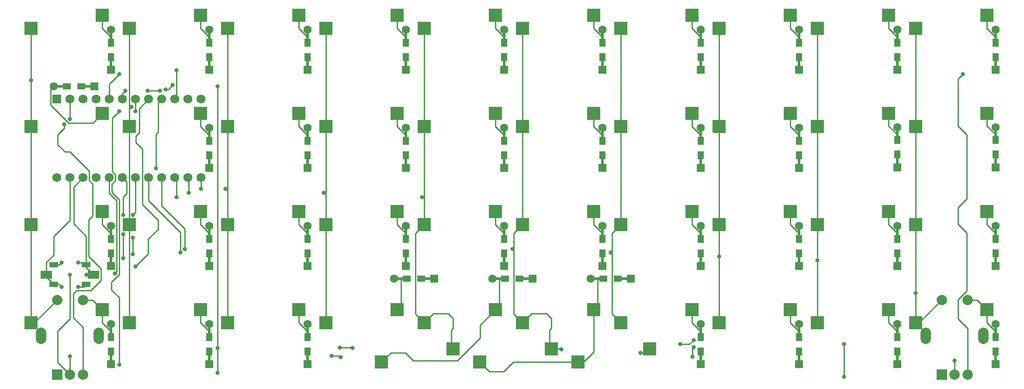
<source format=gbl>
G04 #@! TF.GenerationSoftware,KiCad,Pcbnew,(6.0.4-0)*
G04 #@! TF.CreationDate,2022-05-09T20:33:25-05:00*
G04 #@! TF.ProjectId,banime40,62616e69-6d65-4343-902e-6b696361645f,rev?*
G04 #@! TF.SameCoordinates,Original*
G04 #@! TF.FileFunction,Copper,L2,Bot*
G04 #@! TF.FilePolarity,Positive*
%FSLAX46Y46*%
G04 Gerber Fmt 4.6, Leading zero omitted, Abs format (unit mm)*
G04 Created by KiCad (PCBNEW (6.0.4-0)) date 2022-05-09 20:33:25*
%MOMM*%
%LPD*%
G01*
G04 APERTURE LIST*
G04 #@! TA.AperFunction,ComponentPad*
%ADD10C,2.000000*%
G04 #@! TD*
G04 #@! TA.AperFunction,ComponentPad*
%ADD11R,2.000000X2.000000*%
G04 #@! TD*
G04 #@! TA.AperFunction,WasherPad*
%ADD12O,2.000000X3.200000*%
G04 #@! TD*
G04 #@! TA.AperFunction,ComponentPad*
%ADD13R,1.600000X1.600000*%
G04 #@! TD*
G04 #@! TA.AperFunction,SMDPad,CuDef*
%ADD14R,0.500000X2.900000*%
G04 #@! TD*
G04 #@! TA.AperFunction,SMDPad,CuDef*
%ADD15R,1.200000X1.600000*%
G04 #@! TD*
G04 #@! TA.AperFunction,ComponentPad*
%ADD16C,1.600000*%
G04 #@! TD*
G04 #@! TA.AperFunction,SMDPad,CuDef*
%ADD17R,1.600000X1.200000*%
G04 #@! TD*
G04 #@! TA.AperFunction,SMDPad,CuDef*
%ADD18R,2.900000X0.500000*%
G04 #@! TD*
G04 #@! TA.AperFunction,SMDPad,CuDef*
%ADD19R,2.550000X2.500000*%
G04 #@! TD*
G04 #@! TA.AperFunction,ComponentPad*
%ADD20R,1.752600X1.752600*%
G04 #@! TD*
G04 #@! TA.AperFunction,ComponentPad*
%ADD21C,1.752600*%
G04 #@! TD*
G04 #@! TA.AperFunction,SMDPad,CuDef*
%ADD22R,1.700000X1.000000*%
G04 #@! TD*
G04 #@! TA.AperFunction,SMDPad,CuDef*
%ADD23R,2.180000X1.600000*%
G04 #@! TD*
G04 #@! TA.AperFunction,ViaPad*
%ADD24C,0.800000*%
G04 #@! TD*
G04 #@! TA.AperFunction,Conductor*
%ADD25C,0.250000*%
G04 #@! TD*
G04 APERTURE END LIST*
D10*
G04 #@! TO.P,SW47,S2,S2*
G04 #@! TO.N,/col_9*
X49887500Y-108093750D03*
G04 #@! TO.P,SW47,S1,S1*
G04 #@! TO.N,Net-(D40-Pad2)*
X54887500Y-108093750D03*
G04 #@! TO.P,SW47,C,C*
G04 #@! TO.N,gnd*
X52387500Y-122593750D03*
G04 #@! TO.P,SW47,B,B*
G04 #@! TO.N,pad_b2*
X54887500Y-122593750D03*
D11*
G04 #@! TO.P,SW47,A,A*
G04 #@! TO.N,pad_a1*
X49887500Y-122593750D03*
D12*
G04 #@! TO.P,SW47,*
G04 #@! TO.N,*
X46787500Y-115093750D03*
X57987500Y-115093750D03*
G04 #@! TD*
D10*
G04 #@! TO.P,SW46,S2,S2*
G04 #@! TO.N,/col_0*
X221337500Y-108093750D03*
G04 #@! TO.P,SW46,S1,S1*
G04 #@! TO.N,Net-(D31-Pad2)*
X226337500Y-108093750D03*
G04 #@! TO.P,SW46,C,C*
G04 #@! TO.N,gnd*
X223837500Y-122593750D03*
G04 #@! TO.P,SW46,B,B*
G04 #@! TO.N,pad_b1*
X226337500Y-122593750D03*
D11*
G04 #@! TO.P,SW46,A,A*
G04 #@! TO.N,pad_a1*
X221337500Y-122593750D03*
D12*
G04 #@! TO.P,SW46,*
G04 #@! TO.N,*
X218237500Y-115093750D03*
X229437500Y-115093750D03*
G04 #@! TD*
D13*
G04 #@! TO.P,D1,1,K*
G04 #@! TO.N,/row_0*
X231775000Y-63431250D03*
D14*
X231775000Y-62031250D03*
D15*
X231775000Y-60931250D03*
D16*
G04 #@! TO.P,D1,2,A*
G04 #@! TO.N,Net-(D1-Pad2)*
X231775000Y-55631250D03*
D14*
X231775000Y-57031250D03*
D15*
X231775000Y-58131250D03*
G04 #@! TD*
G04 #@! TO.P,D2,1,K*
G04 #@! TO.N,/row_0*
X212725000Y-60931250D03*
D13*
X212725000Y-63431250D03*
D14*
X212725000Y-62031250D03*
G04 #@! TO.P,D2,2,A*
G04 #@! TO.N,Net-(D2-Pad2)*
X212725000Y-57031250D03*
D16*
X212725000Y-55631250D03*
D15*
X212725000Y-58131250D03*
G04 #@! TD*
D14*
G04 #@! TO.P,D3,1,K*
G04 #@! TO.N,/row_0*
X193675000Y-62031250D03*
D13*
X193675000Y-63431250D03*
D15*
X193675000Y-60931250D03*
D14*
G04 #@! TO.P,D3,2,A*
G04 #@! TO.N,Net-(D3-Pad2)*
X193675000Y-57031250D03*
D16*
X193675000Y-55631250D03*
D15*
X193675000Y-58131250D03*
G04 #@! TD*
D14*
G04 #@! TO.P,D4,1,K*
G04 #@! TO.N,/row_0*
X174625000Y-62031250D03*
D13*
X174625000Y-63431250D03*
D15*
X174625000Y-60931250D03*
D14*
G04 #@! TO.P,D4,2,A*
G04 #@! TO.N,Net-(D4-Pad2)*
X174625000Y-57031250D03*
D16*
X174625000Y-55631250D03*
D15*
X174625000Y-58131250D03*
G04 #@! TD*
D14*
G04 #@! TO.P,D5,1,K*
G04 #@! TO.N,/row_0*
X155575000Y-62031250D03*
D13*
X155575000Y-63431250D03*
D15*
X155575000Y-60931250D03*
D16*
G04 #@! TO.P,D5,2,A*
G04 #@! TO.N,Net-(D5-Pad2)*
X155575000Y-55631250D03*
D15*
X155575000Y-58131250D03*
D14*
X155575000Y-57031250D03*
G04 #@! TD*
D13*
G04 #@! TO.P,D6,1,K*
G04 #@! TO.N,/row_0*
X136525000Y-63431250D03*
D15*
X136525000Y-60931250D03*
D14*
X136525000Y-62031250D03*
D16*
G04 #@! TO.P,D6,2,A*
G04 #@! TO.N,Net-(D6-Pad2)*
X136525000Y-55631250D03*
D15*
X136525000Y-58131250D03*
D14*
X136525000Y-57031250D03*
G04 #@! TD*
D13*
G04 #@! TO.P,D7,1,K*
G04 #@! TO.N,/row_0*
X117475000Y-63431250D03*
D15*
X117475000Y-60931250D03*
D14*
X117475000Y-62031250D03*
G04 #@! TO.P,D7,2,A*
G04 #@! TO.N,Net-(D7-Pad2)*
X117475000Y-57031250D03*
D15*
X117475000Y-58131250D03*
D16*
X117475000Y-55631250D03*
G04 #@! TD*
D14*
G04 #@! TO.P,D8,1,K*
G04 #@! TO.N,/row_0*
X98425000Y-62031250D03*
D13*
X98425000Y-63431250D03*
D15*
X98425000Y-60931250D03*
D14*
G04 #@! TO.P,D8,2,A*
G04 #@! TO.N,Net-(D8-Pad2)*
X98425000Y-57031250D03*
D16*
X98425000Y-55631250D03*
D15*
X98425000Y-58131250D03*
G04 #@! TD*
D14*
G04 #@! TO.P,D9,1,K*
G04 #@! TO.N,/row_0*
X79375000Y-62031250D03*
D15*
X79375000Y-60931250D03*
D13*
X79375000Y-63431250D03*
D14*
G04 #@! TO.P,D9,2,A*
G04 #@! TO.N,Net-(D9-Pad2)*
X79375000Y-57031250D03*
D15*
X79375000Y-58131250D03*
D16*
X79375000Y-55631250D03*
G04 #@! TD*
D14*
G04 #@! TO.P,D10,1,K*
G04 #@! TO.N,/row_0*
X60325000Y-62031250D03*
D15*
X60325000Y-60931250D03*
D13*
X60325000Y-63431250D03*
D14*
G04 #@! TO.P,D10,2,A*
G04 #@! TO.N,Net-(D10-Pad2)*
X60325000Y-57031250D03*
D15*
X60325000Y-58131250D03*
D16*
X60325000Y-55631250D03*
G04 #@! TD*
D14*
G04 #@! TO.P,D11,1,K*
G04 #@! TO.N,/row_1*
X231775000Y-80962500D03*
D13*
X231775000Y-82362500D03*
D15*
X231775000Y-79862500D03*
D16*
G04 #@! TO.P,D11,2,A*
G04 #@! TO.N,Net-(D11-Pad2)*
X231775000Y-74562500D03*
D15*
X231775000Y-77062500D03*
D14*
X231775000Y-75962500D03*
G04 #@! TD*
G04 #@! TO.P,D12,1,K*
G04 #@! TO.N,/row_1*
X212725000Y-80962500D03*
D13*
X212725000Y-82362500D03*
D15*
X212725000Y-79862500D03*
D14*
G04 #@! TO.P,D12,2,A*
G04 #@! TO.N,Net-(D12-Pad2)*
X212725000Y-75962500D03*
D15*
X212725000Y-77062500D03*
D16*
X212725000Y-74562500D03*
G04 #@! TD*
D13*
G04 #@! TO.P,D13,1,K*
G04 #@! TO.N,/row_1*
X193675000Y-82481250D03*
D14*
X193675000Y-81081250D03*
D15*
X193675000Y-79981250D03*
D16*
G04 #@! TO.P,D13,2,A*
G04 #@! TO.N,Net-(D13-Pad2)*
X193675000Y-74681250D03*
D15*
X193675000Y-77181250D03*
D14*
X193675000Y-76081250D03*
G04 #@! TD*
G04 #@! TO.P,D14,1,K*
G04 #@! TO.N,/row_1*
X174625000Y-81081250D03*
D13*
X174625000Y-82481250D03*
D15*
X174625000Y-79981250D03*
D16*
G04 #@! TO.P,D14,2,A*
G04 #@! TO.N,Net-(D14-Pad2)*
X174625000Y-74681250D03*
D15*
X174625000Y-77181250D03*
D14*
X174625000Y-76081250D03*
G04 #@! TD*
D15*
G04 #@! TO.P,D15,1,K*
G04 #@! TO.N,/row_1*
X155575000Y-79981250D03*
D13*
X155575000Y-82481250D03*
D14*
X155575000Y-81081250D03*
D15*
G04 #@! TO.P,D15,2,A*
G04 #@! TO.N,Net-(D15-Pad2)*
X155575000Y-77181250D03*
D14*
X155575000Y-76081250D03*
D16*
X155575000Y-74681250D03*
G04 #@! TD*
D15*
G04 #@! TO.P,D16,1,K*
G04 #@! TO.N,/row_1*
X136525000Y-79981250D03*
D14*
X136525000Y-81081250D03*
D13*
X136525000Y-82481250D03*
D14*
G04 #@! TO.P,D16,2,A*
G04 #@! TO.N,Net-(D16-Pad2)*
X136525000Y-76081250D03*
D16*
X136525000Y-74681250D03*
D15*
X136525000Y-77181250D03*
G04 #@! TD*
G04 #@! TO.P,D17,1,K*
G04 #@! TO.N,/row_1*
X117475000Y-79981250D03*
D13*
X117475000Y-82481250D03*
D14*
X117475000Y-81081250D03*
D16*
G04 #@! TO.P,D17,2,A*
G04 #@! TO.N,Net-(D17-Pad2)*
X117475000Y-74681250D03*
D15*
X117475000Y-77181250D03*
D14*
X117475000Y-76081250D03*
G04 #@! TD*
G04 #@! TO.P,D18,1,K*
G04 #@! TO.N,/row_1*
X98425000Y-81081250D03*
D15*
X98425000Y-79981250D03*
D13*
X98425000Y-82481250D03*
D14*
G04 #@! TO.P,D18,2,A*
G04 #@! TO.N,Net-(D18-Pad2)*
X98425000Y-76081250D03*
D16*
X98425000Y-74681250D03*
D15*
X98425000Y-77181250D03*
G04 #@! TD*
D13*
G04 #@! TO.P,D19,1,K*
G04 #@! TO.N,/row_1*
X79375000Y-82481250D03*
D15*
X79375000Y-79981250D03*
D14*
X79375000Y-81081250D03*
D16*
G04 #@! TO.P,D19,2,A*
G04 #@! TO.N,Net-(D19-Pad2)*
X79375000Y-74681250D03*
D15*
X79375000Y-77181250D03*
D14*
X79375000Y-76081250D03*
G04 #@! TD*
D17*
G04 #@! TO.P,D20,1,K*
G04 #@! TO.N,/row_1*
X54581250Y-66675000D03*
D18*
X55681250Y-66675000D03*
D13*
X57081250Y-66675000D03*
D17*
G04 #@! TO.P,D20,2,A*
G04 #@! TO.N,Net-(D20-Pad2)*
X51781250Y-66675000D03*
D16*
X49281250Y-66675000D03*
D18*
X50681250Y-66675000D03*
G04 #@! TD*
D15*
G04 #@! TO.P,D21,1,K*
G04 #@! TO.N,/row_2*
X231775000Y-99031250D03*
D13*
X231775000Y-101531250D03*
D14*
X231775000Y-100131250D03*
G04 #@! TO.P,D21,2,A*
G04 #@! TO.N,Net-(D21-Pad2)*
X231775000Y-95131250D03*
D15*
X231775000Y-96231250D03*
D16*
X231775000Y-93731250D03*
G04 #@! TD*
D15*
G04 #@! TO.P,D22,1,K*
G04 #@! TO.N,/row_2*
X212725000Y-99031250D03*
D13*
X212725000Y-101531250D03*
D14*
X212725000Y-100131250D03*
D16*
G04 #@! TO.P,D22,2,A*
G04 #@! TO.N,Net-(D22-Pad2)*
X212725000Y-93731250D03*
D15*
X212725000Y-96231250D03*
D14*
X212725000Y-95131250D03*
G04 #@! TD*
G04 #@! TO.P,D23,1,K*
G04 #@! TO.N,/row_2*
X193675000Y-100131250D03*
D13*
X193675000Y-101531250D03*
D15*
X193675000Y-99031250D03*
D16*
G04 #@! TO.P,D23,2,A*
G04 #@! TO.N,Net-(D23-Pad2)*
X193675000Y-93731250D03*
D14*
X193675000Y-95131250D03*
D15*
X193675000Y-96231250D03*
G04 #@! TD*
G04 #@! TO.P,D24,1,K*
G04 #@! TO.N,/row_2*
X174625000Y-99031250D03*
D14*
X174625000Y-100131250D03*
D13*
X174625000Y-101531250D03*
D15*
G04 #@! TO.P,D24,2,A*
G04 #@! TO.N,Net-(D24-Pad2)*
X174625000Y-96231250D03*
D16*
X174625000Y-93731250D03*
D14*
X174625000Y-95131250D03*
G04 #@! TD*
D15*
G04 #@! TO.P,D25,1,K*
G04 #@! TO.N,/row_2*
X155575000Y-99031250D03*
D14*
X155575000Y-100131250D03*
D13*
X155575000Y-101531250D03*
D16*
G04 #@! TO.P,D25,2,A*
G04 #@! TO.N,Net-(D25-Pad2)*
X155575000Y-93731250D03*
D15*
X155575000Y-96231250D03*
D14*
X155575000Y-95131250D03*
G04 #@! TD*
G04 #@! TO.P,D26,1,K*
G04 #@! TO.N,/row_2*
X136525000Y-100131250D03*
D13*
X136525000Y-101531250D03*
D15*
X136525000Y-99031250D03*
D14*
G04 #@! TO.P,D26,2,A*
G04 #@! TO.N,Net-(D26-Pad2)*
X136525000Y-95131250D03*
D15*
X136525000Y-96231250D03*
D16*
X136525000Y-93731250D03*
G04 #@! TD*
D13*
G04 #@! TO.P,D27,1,K*
G04 #@! TO.N,/row_2*
X117475000Y-101531250D03*
D15*
X117475000Y-99031250D03*
D14*
X117475000Y-100131250D03*
G04 #@! TO.P,D27,2,A*
G04 #@! TO.N,Net-(D27-Pad2)*
X117475000Y-95131250D03*
D16*
X117475000Y-93731250D03*
D15*
X117475000Y-96231250D03*
G04 #@! TD*
G04 #@! TO.P,D28,1,K*
G04 #@! TO.N,/row_2*
X98425000Y-99031250D03*
D14*
X98425000Y-100131250D03*
D13*
X98425000Y-101531250D03*
D16*
G04 #@! TO.P,D28,2,A*
G04 #@! TO.N,Net-(D28-Pad2)*
X98425000Y-93731250D03*
D14*
X98425000Y-95131250D03*
D15*
X98425000Y-96231250D03*
G04 #@! TD*
D13*
G04 #@! TO.P,D29,1,K*
G04 #@! TO.N,/row_2*
X79375000Y-101531250D03*
D14*
X79375000Y-100131250D03*
D15*
X79375000Y-99031250D03*
D14*
G04 #@! TO.P,D29,2,A*
G04 #@! TO.N,Net-(D29-Pad2)*
X79375000Y-95131250D03*
D15*
X79375000Y-96231250D03*
D16*
X79375000Y-93731250D03*
G04 #@! TD*
D14*
G04 #@! TO.P,D30,1,K*
G04 #@! TO.N,/row_2*
X60325000Y-100131250D03*
D13*
X60325000Y-101531250D03*
D15*
X60325000Y-99031250D03*
D14*
G04 #@! TO.P,D30,2,A*
G04 #@! TO.N,Net-(D30-Pad2)*
X60325000Y-95131250D03*
D15*
X60325000Y-96231250D03*
D16*
X60325000Y-93731250D03*
G04 #@! TD*
D14*
G04 #@! TO.P,D31,1,K*
G04 #@! TO.N,/row_3*
X231775000Y-119181250D03*
D15*
X231775000Y-118081250D03*
D13*
X231775000Y-120581250D03*
D15*
G04 #@! TO.P,D31,2,A*
G04 #@! TO.N,Net-(D31-Pad2)*
X231775000Y-115281250D03*
D16*
X231775000Y-112781250D03*
D14*
X231775000Y-114181250D03*
G04 #@! TD*
G04 #@! TO.P,D32,1,K*
G04 #@! TO.N,/row_3*
X212725000Y-119181250D03*
D13*
X212725000Y-120581250D03*
D15*
X212725000Y-118081250D03*
G04 #@! TO.P,D32,2,A*
G04 #@! TO.N,Net-(D32-Pad2)*
X212725000Y-115281250D03*
D14*
X212725000Y-114181250D03*
D16*
X212725000Y-112781250D03*
G04 #@! TD*
D14*
G04 #@! TO.P,D33,1,K*
G04 #@! TO.N,/row_3*
X193675000Y-119181250D03*
D15*
X193675000Y-118081250D03*
D13*
X193675000Y-120581250D03*
D16*
G04 #@! TO.P,D33,2,A*
G04 #@! TO.N,Net-(D33-Pad2)*
X193675000Y-112781250D03*
D15*
X193675000Y-115281250D03*
D14*
X193675000Y-114181250D03*
G04 #@! TD*
G04 #@! TO.P,D34,1,K*
G04 #@! TO.N,/row_3*
X174625000Y-119181250D03*
D13*
X174625000Y-120581250D03*
D15*
X174625000Y-118081250D03*
D16*
G04 #@! TO.P,D34,2,A*
G04 #@! TO.N,Net-(D34-Pad2)*
X174625000Y-112781250D03*
D15*
X174625000Y-115281250D03*
D14*
X174625000Y-114181250D03*
G04 #@! TD*
D18*
G04 #@! TO.P,D35,1,K*
G04 #@! TO.N,/row_3*
X159662500Y-103981250D03*
D17*
X158562500Y-103981250D03*
D13*
X161062500Y-103981250D03*
D16*
G04 #@! TO.P,D35,2,A*
G04 #@! TO.N,Net-(D35-Pad2)*
X153262500Y-103981250D03*
D17*
X155762500Y-103981250D03*
D18*
X154662500Y-103981250D03*
G04 #@! TD*
G04 #@! TO.P,D36,1,K*
G04 #@! TO.N,/row_3*
X140612500Y-103981250D03*
D13*
X142012500Y-103981250D03*
D17*
X139512500Y-103981250D03*
D18*
G04 #@! TO.P,D36,2,A*
G04 #@! TO.N,Net-(D36-Pad2)*
X135612500Y-103981250D03*
D16*
X134212500Y-103981250D03*
D17*
X136712500Y-103981250D03*
G04 #@! TD*
D18*
G04 #@! TO.P,D37,1,K*
G04 #@! TO.N,/row_3*
X121562500Y-103981250D03*
D17*
X120462500Y-103981250D03*
D13*
X122962500Y-103981250D03*
D18*
G04 #@! TO.P,D37,2,A*
G04 #@! TO.N,Net-(D37-Pad2)*
X116562500Y-103981250D03*
D16*
X115162500Y-103981250D03*
D17*
X117662500Y-103981250D03*
G04 #@! TD*
D15*
G04 #@! TO.P,D38,1,K*
G04 #@! TO.N,/row_3*
X98425000Y-118081250D03*
D13*
X98425000Y-120581250D03*
D14*
X98425000Y-119181250D03*
D15*
G04 #@! TO.P,D38,2,A*
G04 #@! TO.N,Net-(D38-Pad2)*
X98425000Y-115281250D03*
D16*
X98425000Y-112781250D03*
D14*
X98425000Y-114181250D03*
G04 #@! TD*
D13*
G04 #@! TO.P,D39,1,K*
G04 #@! TO.N,/row_3*
X79375000Y-120581250D03*
D15*
X79375000Y-118081250D03*
D14*
X79375000Y-119181250D03*
D16*
G04 #@! TO.P,D39,2,A*
G04 #@! TO.N,Net-(D39-Pad2)*
X79375000Y-112781250D03*
D14*
X79375000Y-114181250D03*
D15*
X79375000Y-115281250D03*
G04 #@! TD*
G04 #@! TO.P,D40,1,K*
G04 #@! TO.N,/row_3*
X60325000Y-118081250D03*
D14*
X60325000Y-119181250D03*
D13*
X60325000Y-120581250D03*
D15*
G04 #@! TO.P,D40,2,A*
G04 #@! TO.N,Net-(D40-Pad2)*
X60325000Y-115281250D03*
D14*
X60325000Y-114181250D03*
D16*
X60325000Y-112781250D03*
G04 #@! TD*
D19*
G04 #@! TO.P,SW1,2,B*
G04 #@! TO.N,/col_0*
X216277500Y-55403750D03*
G04 #@! TO.P,SW1,1,A*
G04 #@! TO.N,Net-(D1-Pad2)*
X230127500Y-52863750D03*
G04 #@! TD*
G04 #@! TO.P,SW2,2,B*
G04 #@! TO.N,/col_1*
X197227500Y-55403750D03*
G04 #@! TO.P,SW2,1,A*
G04 #@! TO.N,Net-(D2-Pad2)*
X211077500Y-52863750D03*
G04 #@! TD*
G04 #@! TO.P,SW3,2,B*
G04 #@! TO.N,/col_2*
X178177500Y-55403750D03*
G04 #@! TO.P,SW3,1,A*
G04 #@! TO.N,Net-(D3-Pad2)*
X192027500Y-52863750D03*
G04 #@! TD*
G04 #@! TO.P,SW4,2,B*
G04 #@! TO.N,/col_3*
X159127500Y-55403750D03*
G04 #@! TO.P,SW4,1,A*
G04 #@! TO.N,Net-(D4-Pad2)*
X172977500Y-52863750D03*
G04 #@! TD*
G04 #@! TO.P,SW5,2,B*
G04 #@! TO.N,/col_4*
X140077500Y-55403750D03*
G04 #@! TO.P,SW5,1,A*
G04 #@! TO.N,Net-(D5-Pad2)*
X153927500Y-52863750D03*
G04 #@! TD*
G04 #@! TO.P,SW6,2,B*
G04 #@! TO.N,/col_5*
X121027500Y-55403750D03*
G04 #@! TO.P,SW6,1,A*
G04 #@! TO.N,Net-(D6-Pad2)*
X134877500Y-52863750D03*
G04 #@! TD*
G04 #@! TO.P,SW7,2,B*
G04 #@! TO.N,/col_6*
X101977500Y-55403750D03*
G04 #@! TO.P,SW7,1,A*
G04 #@! TO.N,Net-(D7-Pad2)*
X115827500Y-52863750D03*
G04 #@! TD*
G04 #@! TO.P,SW8,2,B*
G04 #@! TO.N,/col_7*
X82927500Y-55403750D03*
G04 #@! TO.P,SW8,1,A*
G04 #@! TO.N,Net-(D8-Pad2)*
X96777500Y-52863750D03*
G04 #@! TD*
G04 #@! TO.P,SW9,2,B*
G04 #@! TO.N,/col_8*
X63877500Y-55403750D03*
G04 #@! TO.P,SW9,1,A*
G04 #@! TO.N,Net-(D9-Pad2)*
X77727500Y-52863750D03*
G04 #@! TD*
G04 #@! TO.P,SW10,2,B*
G04 #@! TO.N,/col_9*
X44827500Y-55403750D03*
G04 #@! TO.P,SW10,1,A*
G04 #@! TO.N,Net-(D10-Pad2)*
X58677500Y-52863750D03*
G04 #@! TD*
G04 #@! TO.P,SW11,2,B*
G04 #@! TO.N,/col_0*
X216277500Y-74453750D03*
G04 #@! TO.P,SW11,1,A*
G04 #@! TO.N,Net-(D11-Pad2)*
X230127500Y-71913750D03*
G04 #@! TD*
G04 #@! TO.P,SW12,2,B*
G04 #@! TO.N,/col_1*
X197227500Y-74453750D03*
G04 #@! TO.P,SW12,1,A*
G04 #@! TO.N,Net-(D12-Pad2)*
X211077500Y-71913750D03*
G04 #@! TD*
G04 #@! TO.P,SW13,2,B*
G04 #@! TO.N,/col_2*
X178177500Y-74453750D03*
G04 #@! TO.P,SW13,1,A*
G04 #@! TO.N,Net-(D13-Pad2)*
X192027500Y-71913750D03*
G04 #@! TD*
G04 #@! TO.P,SW14,2,B*
G04 #@! TO.N,/col_3*
X159127500Y-74453750D03*
G04 #@! TO.P,SW14,1,A*
G04 #@! TO.N,Net-(D14-Pad2)*
X172977500Y-71913750D03*
G04 #@! TD*
G04 #@! TO.P,SW15,2,B*
G04 #@! TO.N,/col_4*
X140077500Y-74453750D03*
G04 #@! TO.P,SW15,1,A*
G04 #@! TO.N,Net-(D15-Pad2)*
X153927500Y-71913750D03*
G04 #@! TD*
G04 #@! TO.P,SW16,2,B*
G04 #@! TO.N,/col_5*
X121027500Y-74453750D03*
G04 #@! TO.P,SW16,1,A*
G04 #@! TO.N,Net-(D16-Pad2)*
X134877500Y-71913750D03*
G04 #@! TD*
G04 #@! TO.P,SW17,1,A*
G04 #@! TO.N,Net-(D17-Pad2)*
X115827500Y-71913750D03*
G04 #@! TO.P,SW17,2,B*
G04 #@! TO.N,/col_6*
X101977500Y-74453750D03*
G04 #@! TD*
G04 #@! TO.P,SW18,2,B*
G04 #@! TO.N,/col_7*
X82927500Y-74453750D03*
G04 #@! TO.P,SW18,1,A*
G04 #@! TO.N,Net-(D18-Pad2)*
X96777500Y-71913750D03*
G04 #@! TD*
G04 #@! TO.P,SW19,2,B*
G04 #@! TO.N,/col_8*
X63877500Y-74453750D03*
G04 #@! TO.P,SW19,1,A*
G04 #@! TO.N,Net-(D19-Pad2)*
X77727500Y-71913750D03*
G04 #@! TD*
G04 #@! TO.P,SW20,2,B*
G04 #@! TO.N,/col_9*
X44827500Y-74453750D03*
G04 #@! TO.P,SW20,1,A*
G04 #@! TO.N,Net-(D20-Pad2)*
X58677500Y-71913750D03*
G04 #@! TD*
G04 #@! TO.P,SW21,2,B*
G04 #@! TO.N,/col_0*
X216277500Y-93503750D03*
G04 #@! TO.P,SW21,1,A*
G04 #@! TO.N,Net-(D21-Pad2)*
X230127500Y-90963750D03*
G04 #@! TD*
G04 #@! TO.P,SW22,2,B*
G04 #@! TO.N,/col_1*
X197227500Y-93503750D03*
G04 #@! TO.P,SW22,1,A*
G04 #@! TO.N,Net-(D22-Pad2)*
X211077500Y-90963750D03*
G04 #@! TD*
G04 #@! TO.P,SW23,2,B*
G04 #@! TO.N,/col_2*
X178177500Y-93503750D03*
G04 #@! TO.P,SW23,1,A*
G04 #@! TO.N,Net-(D23-Pad2)*
X192027500Y-90963750D03*
G04 #@! TD*
G04 #@! TO.P,SW24,2,B*
G04 #@! TO.N,/col_3*
X159127500Y-93503750D03*
G04 #@! TO.P,SW24,1,A*
G04 #@! TO.N,Net-(D24-Pad2)*
X172977500Y-90963750D03*
G04 #@! TD*
G04 #@! TO.P,SW25,2,B*
G04 #@! TO.N,/col_4*
X140077500Y-93503750D03*
G04 #@! TO.P,SW25,1,A*
G04 #@! TO.N,Net-(D25-Pad2)*
X153927500Y-90963750D03*
G04 #@! TD*
G04 #@! TO.P,SW26,2,B*
G04 #@! TO.N,/col_5*
X121027500Y-93503750D03*
G04 #@! TO.P,SW26,1,A*
G04 #@! TO.N,Net-(D26-Pad2)*
X134877500Y-90963750D03*
G04 #@! TD*
G04 #@! TO.P,SW27,1,A*
G04 #@! TO.N,Net-(D27-Pad2)*
X115827500Y-90963750D03*
G04 #@! TO.P,SW27,2,B*
G04 #@! TO.N,/col_6*
X101977500Y-93503750D03*
G04 #@! TD*
G04 #@! TO.P,SW28,2,B*
G04 #@! TO.N,/col_7*
X82927500Y-93503750D03*
G04 #@! TO.P,SW28,1,A*
G04 #@! TO.N,Net-(D28-Pad2)*
X96777500Y-90963750D03*
G04 #@! TD*
G04 #@! TO.P,SW29,2,B*
G04 #@! TO.N,/col_8*
X63877500Y-93503750D03*
G04 #@! TO.P,SW29,1,A*
G04 #@! TO.N,Net-(D29-Pad2)*
X77727500Y-90963750D03*
G04 #@! TD*
G04 #@! TO.P,SW30,2,B*
G04 #@! TO.N,/col_9*
X44827500Y-93503750D03*
G04 #@! TO.P,SW30,1,A*
G04 #@! TO.N,Net-(D30-Pad2)*
X58677500Y-90963750D03*
G04 #@! TD*
G04 #@! TO.P,SW31,2,B*
G04 #@! TO.N,/col_0*
X216277500Y-112553750D03*
G04 #@! TO.P,SW31,1,A*
G04 #@! TO.N,Net-(D31-Pad2)*
X230127500Y-110013750D03*
G04 #@! TD*
G04 #@! TO.P,SW32,2,B*
G04 #@! TO.N,/col_1*
X197227500Y-112553750D03*
G04 #@! TO.P,SW32,1,A*
G04 #@! TO.N,Net-(D32-Pad2)*
X211077500Y-110013750D03*
G04 #@! TD*
G04 #@! TO.P,SW33,2,B*
G04 #@! TO.N,/col_2*
X178177500Y-112553750D03*
G04 #@! TO.P,SW33,1,A*
G04 #@! TO.N,Net-(D33-Pad2)*
X192027500Y-110013750D03*
G04 #@! TD*
G04 #@! TO.P,SW34,2,B*
G04 #@! TO.N,/col_3*
X159127500Y-112553750D03*
G04 #@! TO.P,SW34,1,A*
G04 #@! TO.N,Net-(D34-Pad2)*
X172977500Y-110013750D03*
G04 #@! TD*
G04 #@! TO.P,SW35,2,B*
G04 #@! TO.N,/col_4*
X140077500Y-112553750D03*
G04 #@! TO.P,SW35,1,A*
G04 #@! TO.N,Net-(D35-Pad2)*
X153927500Y-110013750D03*
G04 #@! TD*
G04 #@! TO.P,SW36,2,B*
G04 #@! TO.N,/col_5*
X121027500Y-112553750D03*
G04 #@! TO.P,SW36,1,A*
G04 #@! TO.N,Net-(D36-Pad2)*
X134877500Y-110013750D03*
G04 #@! TD*
G04 #@! TO.P,SW37,1,A*
G04 #@! TO.N,Net-(D37-Pad2)*
X115827500Y-110013750D03*
G04 #@! TO.P,SW37,2,B*
G04 #@! TO.N,/col_6*
X101977500Y-112553750D03*
G04 #@! TD*
G04 #@! TO.P,SW38,2,B*
G04 #@! TO.N,/col_7*
X82927500Y-112553750D03*
G04 #@! TO.P,SW38,1,A*
G04 #@! TO.N,Net-(D38-Pad2)*
X96777500Y-110013750D03*
G04 #@! TD*
G04 #@! TO.P,SW39,2,B*
G04 #@! TO.N,/col_8*
X63877500Y-112553750D03*
G04 #@! TO.P,SW39,1,A*
G04 #@! TO.N,Net-(D39-Pad2)*
X77727500Y-110013750D03*
G04 #@! TD*
G04 #@! TO.P,SW40,2,B*
G04 #@! TO.N,/col_9*
X44827500Y-112553750D03*
G04 #@! TO.P,SW40,1,A*
G04 #@! TO.N,Net-(D40-Pad2)*
X58677500Y-110013750D03*
G04 #@! TD*
G04 #@! TO.P,SW41,2,B*
G04 #@! TO.N,/col_4*
X164722500Y-117633750D03*
G04 #@! TO.P,SW41,1,A*
G04 #@! TO.N,Net-(D35-Pad2)*
X150872500Y-120173750D03*
G04 #@! TD*
G04 #@! TO.P,SW42,2,B*
G04 #@! TO.N,/col_5*
X126622500Y-117633750D03*
G04 #@! TO.P,SW42,1,A*
G04 #@! TO.N,Net-(D36-Pad2)*
X112772500Y-120173750D03*
G04 #@! TD*
G04 #@! TO.P,SW43,2,B*
G04 #@! TO.N,/col_4*
X145672500Y-117633750D03*
G04 #@! TO.P,SW43,1,A*
G04 #@! TO.N,Net-(D35-Pad2)*
X131822500Y-120173750D03*
G04 #@! TD*
D20*
G04 #@! TO.P,U1,1,TX0/PD3*
G04 #@! TO.N,unconnected-(U1-Pad1)*
X49830000Y-69130000D03*
D21*
G04 #@! TO.P,U1,2,RX1/PD2*
G04 #@! TO.N,pad_b2*
X52370000Y-69130000D03*
G04 #@! TO.P,U1,3,GND*
G04 #@! TO.N,unconnected-(U1-Pad3)*
X54910000Y-69130000D03*
G04 #@! TO.P,U1,4,GND*
G04 #@! TO.N,unconnected-(U1-Pad4)*
X57450000Y-69130000D03*
G04 #@! TO.P,U1,5,2/PD1*
G04 #@! TO.N,pad_b1*
X59990000Y-69130000D03*
G04 #@! TO.P,U1,6,3/PD0*
G04 #@! TO.N,pad_a1*
X62530000Y-69130000D03*
G04 #@! TO.P,U1,7,4/PD4*
G04 #@! TO.N,/row_3*
X65070000Y-69130000D03*
G04 #@! TO.P,U1,8,5/PC6*
G04 #@! TO.N,/row_2*
X67610000Y-69130000D03*
G04 #@! TO.P,U1,9,6/PD7*
G04 #@! TO.N,/row_1*
X70150000Y-69130000D03*
G04 #@! TO.P,U1,10,7/PE6*
G04 #@! TO.N,/row_0*
X72690000Y-69130000D03*
G04 #@! TO.P,U1,11,8/PB4*
G04 #@! TO.N,/col_9*
X75230000Y-69130000D03*
G04 #@! TO.P,U1,12,9/PB5*
G04 #@! TO.N,/col_8*
X77770000Y-69130000D03*
G04 #@! TO.P,U1,13,10/PB6*
G04 #@! TO.N,/col_7*
X77770000Y-84370000D03*
G04 #@! TO.P,U1,14,16/PB2*
G04 #@! TO.N,/col_6*
X75230000Y-84370000D03*
G04 #@! TO.P,U1,15,14/PB3*
G04 #@! TO.N,/col_5*
X72690000Y-84370000D03*
G04 #@! TO.P,U1,16,15/PB1*
G04 #@! TO.N,/col_4*
X70150000Y-84370000D03*
G04 #@! TO.P,U1,17,A0/PF7*
G04 #@! TO.N,/col_3*
X67610000Y-84370000D03*
G04 #@! TO.P,U1,18,A1/PF6*
G04 #@! TO.N,/col_2*
X65070000Y-84370000D03*
G04 #@! TO.P,U1,19,A2/PF5*
G04 #@! TO.N,/col_1*
X62530000Y-84370000D03*
G04 #@! TO.P,U1,20,A3/PF4*
G04 #@! TO.N,/col_0*
X59990000Y-84370000D03*
G04 #@! TO.P,U1,21,VCC*
G04 #@! TO.N,unconnected-(U1-Pad21)*
X57450000Y-84370000D03*
G04 #@! TO.P,U1,22,RST*
G04 #@! TO.N,gnd*
X54910000Y-84370000D03*
G04 #@! TO.P,U1,23,GND*
G04 #@! TO.N,Net-(SW44-Pad1)*
X52370000Y-84370000D03*
G04 #@! TO.P,U1,24,RAW*
G04 #@! TO.N,unconnected-(U1-Pad24)*
X49830000Y-84370000D03*
G04 #@! TD*
D22*
G04 #@! TO.P,SW44,1,A*
G04 #@! TO.N,Net-(SW44-Pad1)*
X55537500Y-105087500D03*
X49237500Y-105087500D03*
G04 #@! TO.P,SW44,2,B*
G04 #@! TO.N,gnd*
X49237500Y-101287500D03*
X55537500Y-101287500D03*
G04 #@! TD*
D23*
G04 #@! TO.P,SW45,1,A*
G04 #@! TO.N,Net-(SW44-Pad1)*
X47797500Y-103187500D03*
G04 #@! TO.P,SW45,2,B*
G04 #@! TO.N,gnd*
X56977500Y-103187500D03*
G04 #@! TD*
D24*
G04 #@! TO.N,pad_a1*
X202406250Y-116681250D03*
X107156250Y-117475000D03*
X104659576Y-117359576D03*
X202406250Y-123031250D03*
X170623159Y-116714341D03*
X173239763Y-115878373D03*
X80962500Y-117475000D03*
X70925201Y-67187299D03*
X80962500Y-122237500D03*
X72300500Y-66367381D03*
X69850000Y-67468750D03*
X67466450Y-67471050D03*
X63153000Y-67468750D03*
X80962500Y-66675000D03*
G04 #@! TO.N,gnd*
X173004409Y-119095591D03*
X103072076Y-118947076D03*
X52387500Y-119062500D03*
X173235257Y-117277243D03*
X104890424Y-119177924D03*
X223837500Y-119856250D03*
X52387500Y-103187500D03*
X55562500Y-103187500D03*
G04 #@! TO.N,pad_b1*
X61912500Y-64293750D03*
X225425000Y-64293750D03*
G04 #@! TO.N,pad_b2*
X51303018Y-73965219D03*
X52394374Y-73007377D03*
G04 #@! TO.N,/row_0*
X73025000Y-63500000D03*
G04 #@! TO.N,/row_2*
X65087500Y-101600000D03*
G04 #@! TO.N,/row_3*
X61912500Y-120650000D03*
X61912500Y-71437500D03*
X65077499Y-71437500D03*
G04 #@! TO.N,/col_0*
X216277500Y-106778750D03*
X61118750Y-102931252D03*
G04 #@! TO.N,/col_1*
X62706250Y-95353752D03*
X197227500Y-100390000D03*
X62706250Y-100012500D03*
X62706250Y-91653748D03*
G04 #@! TO.N,/col_2*
X64593699Y-96043750D03*
X178177500Y-99635000D03*
X64593699Y-91653748D03*
X64593699Y-99218750D03*
G04 #@! TO.N,/col_3*
X157162500Y-98910000D03*
X73818750Y-98910000D03*
G04 #@! TO.N,/col_4*
X74672067Y-98185000D03*
X162946068Y-118351411D03*
X138112500Y-98185000D03*
X147637500Y-117687653D03*
G04 #@! TO.N,/col_5*
X120650000Y-88106250D03*
X73025000Y-88106250D03*
G04 #@! TO.N,/col_6*
X75406250Y-87312500D03*
X101600000Y-87312500D03*
G04 #@! TO.N,/col_7*
X77787500Y-86518750D03*
X82550000Y-86518750D03*
G04 #@! TO.N,/col_8*
X64293750Y-70643750D03*
G04 #@! TO.N,/col_9*
X44827500Y-65465000D03*
G04 #@! TO.N,/row_1*
X69056250Y-82550000D03*
G04 #@! TO.N,gnd*
X50800000Y-100806250D03*
X53975000Y-100806250D03*
G04 #@! TO.N,Net-(SW44-Pad1)*
X53975000Y-105568750D03*
X50800000Y-105568750D03*
G04 #@! TD*
D25*
G04 #@! TO.N,pad_a1*
X172403795Y-116714341D02*
X173239763Y-115878373D01*
X107040826Y-117359576D02*
X107156250Y-117475000D01*
X202406250Y-116681250D02*
X202406250Y-123031250D01*
X104659576Y-117359576D02*
X107040826Y-117359576D01*
X170623159Y-116714341D02*
X172403795Y-116714341D01*
X80962500Y-66675000D02*
X80962500Y-122237500D01*
X70925201Y-67187299D02*
X71480582Y-67187299D01*
X71480582Y-67187299D02*
X72300500Y-66367381D01*
X62530000Y-68091750D02*
X63153000Y-67468750D01*
X69847700Y-67471050D02*
X69850000Y-67468750D01*
X67466450Y-67471050D02*
X69847700Y-67471050D01*
X62530000Y-69130000D02*
X62530000Y-68091750D01*
G04 #@! TO.N,gnd*
X104659576Y-118947076D02*
X104890424Y-119177924D01*
X52387500Y-122593750D02*
X52387500Y-119062500D01*
X173004409Y-119095591D02*
X173004409Y-117508091D01*
X173004409Y-117508091D02*
X173235257Y-117277243D01*
X103072076Y-118947076D02*
X104659576Y-118947076D01*
X223837500Y-119856250D02*
X223837500Y-122593750D01*
X56977500Y-103187500D02*
X55562500Y-103187500D01*
X50019079Y-114112717D02*
X50019079Y-120225329D01*
X50019079Y-120225329D02*
X52387500Y-122593750D01*
X52387500Y-103187500D02*
X52387500Y-111744296D01*
X52387500Y-111744296D02*
X50019079Y-114112717D01*
G04 #@! TO.N,pad_b1*
X225425000Y-64293750D02*
X224502979Y-65215771D01*
X224502979Y-74309775D02*
X226218750Y-76025546D01*
X224502979Y-93359775D02*
X226218750Y-95075546D01*
X59990000Y-69130000D02*
X59990000Y-66216250D01*
X226218750Y-88471526D02*
X224502979Y-90187297D01*
X224502979Y-111790479D02*
X226337500Y-113625000D01*
X59990000Y-66216250D02*
X61912500Y-64293750D01*
X224502979Y-65215771D02*
X224502979Y-74309775D01*
X224502979Y-90187297D02*
X224502979Y-93359775D01*
X226218750Y-76025546D02*
X226218750Y-88471526D01*
X226218750Y-95075546D02*
X226218750Y-106339357D01*
X226218750Y-106339357D02*
X224502979Y-108055128D01*
X224502979Y-108055128D02*
X224502979Y-111790479D01*
X226337500Y-113625000D02*
X226337500Y-122593750D01*
G04 #@! TO.N,pad_b2*
X56110811Y-83085482D02*
X52387500Y-79362171D01*
X54887500Y-113387500D02*
X53052979Y-111552979D01*
X53052979Y-111552979D02*
X53052979Y-106915179D01*
X53674897Y-106293261D02*
X56410761Y-106293261D01*
X58392011Y-102062989D02*
X55987020Y-99657998D01*
X55987020Y-99657998D02*
X55987020Y-92555204D01*
X52387500Y-79362171D02*
X51406467Y-79362171D01*
X56802021Y-91740203D02*
X56802021Y-85558603D01*
X55987020Y-92555204D02*
X56802021Y-91740203D01*
X56802021Y-85558603D02*
X56110811Y-84867393D01*
X53052979Y-106915179D02*
X53674897Y-106293261D01*
X51406467Y-79362171D02*
X50019079Y-77974783D01*
X56110811Y-84867393D02*
X56110811Y-83085482D01*
X54887500Y-122593750D02*
X54887500Y-113387500D01*
X50019079Y-76012717D02*
X51303018Y-74728778D01*
X50019079Y-77974783D02*
X50019079Y-76012717D01*
X56410761Y-106293261D02*
X58392011Y-104312011D01*
X58392011Y-104312011D02*
X58392011Y-102062989D01*
X51303018Y-74728778D02*
X51303018Y-73965219D01*
X52394374Y-73007377D02*
X52370000Y-72983003D01*
X52370000Y-72983003D02*
X52370000Y-69130000D01*
G04 #@! TO.N,/col_0*
X216277500Y-112553750D02*
X216877500Y-112553750D01*
X216877500Y-112553750D02*
X221337500Y-108093750D01*
G04 #@! TO.N,/col_9*
X44827500Y-112553750D02*
X45427500Y-112553750D01*
X45427500Y-112553750D02*
X49887500Y-108093750D01*
G04 #@! TO.N,Net-(D40-Pad2)*
X54887500Y-108093750D02*
X56757500Y-108093750D01*
X56757500Y-108093750D02*
X58677500Y-110013750D01*
G04 #@! TO.N,Net-(D31-Pad2)*
X226337500Y-108093750D02*
X228207500Y-108093750D01*
X228207500Y-108093750D02*
X230127500Y-110013750D01*
G04 #@! TO.N,/row_0*
X73025000Y-63500000D02*
X73025000Y-68795000D01*
X73025000Y-68795000D02*
X72690000Y-69130000D01*
G04 #@! TO.N,Net-(D1-Pad2)*
X230127500Y-52863750D02*
X230127500Y-55383750D01*
X230127500Y-55383750D02*
X231775000Y-57031250D01*
G04 #@! TO.N,Net-(D2-Pad2)*
X211077500Y-55383750D02*
X212725000Y-57031250D01*
X211077500Y-52863750D02*
X211077500Y-55383750D01*
G04 #@! TO.N,Net-(D3-Pad2)*
X192027500Y-55383750D02*
X193675000Y-57031250D01*
X192027500Y-52863750D02*
X192027500Y-55383750D01*
G04 #@! TO.N,Net-(D4-Pad2)*
X172977500Y-52863750D02*
X172977500Y-55383750D01*
X172977500Y-55383750D02*
X174625000Y-57031250D01*
G04 #@! TO.N,Net-(D5-Pad2)*
X153927500Y-52863750D02*
X153927500Y-55383750D01*
X153927500Y-55383750D02*
X155575000Y-57031250D01*
G04 #@! TO.N,Net-(D6-Pad2)*
X134877500Y-52863750D02*
X134877500Y-55383750D01*
X134877500Y-55383750D02*
X136525000Y-57031250D01*
G04 #@! TO.N,Net-(D7-Pad2)*
X115827500Y-55383750D02*
X117475000Y-57031250D01*
X115827500Y-52863750D02*
X115827500Y-55383750D01*
G04 #@! TO.N,Net-(D8-Pad2)*
X96777500Y-52863750D02*
X96777500Y-55383750D01*
X96777500Y-55383750D02*
X98425000Y-57031250D01*
G04 #@! TO.N,Net-(D9-Pad2)*
X77727500Y-52863750D02*
X77727500Y-55383750D01*
X77727500Y-55383750D02*
X79375000Y-57031250D01*
G04 #@! TO.N,Net-(D10-Pad2)*
X58677500Y-52863750D02*
X58677500Y-55383750D01*
X58677500Y-55383750D02*
X60325000Y-57031250D01*
G04 #@! TO.N,/row_2*
X67533401Y-99154099D02*
X65087500Y-101600000D01*
X67533401Y-96298851D02*
X67533401Y-99154099D01*
X65802499Y-75638753D02*
X65181599Y-76259653D01*
X66408699Y-89583947D02*
X69452501Y-92627749D01*
X69452501Y-92627749D02*
X69452501Y-94379751D01*
X65181599Y-77558183D02*
X66408699Y-78785283D01*
X66408699Y-78785283D02*
X66408699Y-89583947D01*
X67610000Y-69130000D02*
X65802499Y-70937501D01*
X65181599Y-76259653D02*
X65181599Y-77558183D01*
X69452501Y-94379751D02*
X67533401Y-96298851D01*
X65802499Y-70937501D02*
X65802499Y-75638753D01*
G04 #@! TO.N,Net-(D11-Pad2)*
X230127500Y-71913750D02*
X230127500Y-74315000D01*
X230127500Y-74315000D02*
X231775000Y-75962500D01*
G04 #@! TO.N,Net-(D12-Pad2)*
X211077500Y-71913750D02*
X211077500Y-74315000D01*
X211077500Y-74315000D02*
X212725000Y-75962500D01*
G04 #@! TO.N,Net-(D13-Pad2)*
X192027500Y-71913750D02*
X192027500Y-74433750D01*
X192027500Y-74433750D02*
X193675000Y-76081250D01*
G04 #@! TO.N,Net-(D14-Pad2)*
X172977500Y-74433750D02*
X174625000Y-76081250D01*
X172977500Y-71913750D02*
X172977500Y-74433750D01*
G04 #@! TO.N,Net-(D15-Pad2)*
X153927500Y-74433750D02*
X155575000Y-76081250D01*
X153927500Y-71913750D02*
X153927500Y-74433750D01*
G04 #@! TO.N,Net-(D16-Pad2)*
X134877500Y-71913750D02*
X134877500Y-74433750D01*
X134877500Y-74433750D02*
X136525000Y-76081250D01*
G04 #@! TO.N,Net-(D17-Pad2)*
X115827500Y-71913750D02*
X115827500Y-74433750D01*
X115827500Y-74433750D02*
X117475000Y-76081250D01*
G04 #@! TO.N,Net-(D18-Pad2)*
X96777500Y-71913750D02*
X96777500Y-74433750D01*
X96777500Y-74433750D02*
X98425000Y-76081250D01*
G04 #@! TO.N,Net-(D19-Pad2)*
X77727500Y-71913750D02*
X77727500Y-74433750D01*
X77727500Y-74433750D02*
X79375000Y-76081250D01*
G04 #@! TO.N,Net-(D20-Pad2)*
X52101149Y-73738751D02*
X56852499Y-73738751D01*
X48981250Y-66675000D02*
X48628699Y-67027551D01*
X56852499Y-73738751D02*
X58677500Y-71913750D01*
X48628699Y-70266301D02*
X52101149Y-73738751D01*
X50681250Y-66675000D02*
X48981250Y-66675000D01*
X48628699Y-67027551D02*
X48628699Y-70266301D01*
G04 #@! TO.N,/row_3*
X61912500Y-120650000D02*
X61912500Y-107654039D01*
X60437979Y-104636637D02*
X61912500Y-103162116D01*
X61191301Y-84946625D02*
X61191301Y-83793375D01*
X61191301Y-83793375D02*
X60566625Y-83168699D01*
X61912500Y-107654039D02*
X60437979Y-106179518D01*
X60487499Y-87202751D02*
X60487499Y-85650427D01*
X60566625Y-83168699D02*
X60566625Y-72783375D01*
X65070000Y-71430001D02*
X65077499Y-71437500D01*
X60566625Y-72783375D02*
X61912500Y-71437500D01*
X60437979Y-106179518D02*
X60437979Y-104636637D01*
X60487499Y-85650427D02*
X61191301Y-84946625D01*
X61912500Y-88627752D02*
X60487499Y-87202751D01*
X65070000Y-69130000D02*
X65070000Y-71430001D01*
X61912500Y-103162116D02*
X61912500Y-88627752D01*
G04 #@! TO.N,Net-(D21-Pad2)*
X230127500Y-93483750D02*
X231775000Y-95131250D01*
X230127500Y-90963750D02*
X230127500Y-93483750D01*
G04 #@! TO.N,Net-(D22-Pad2)*
X211077500Y-90963750D02*
X211077500Y-93483750D01*
X211077500Y-93483750D02*
X212725000Y-95131250D01*
G04 #@! TO.N,Net-(D23-Pad2)*
X192027500Y-90963750D02*
X192027500Y-93483750D01*
X192027500Y-93483750D02*
X193675000Y-95131250D01*
G04 #@! TO.N,Net-(D24-Pad2)*
X172977500Y-93483750D02*
X174625000Y-95131250D01*
X172977500Y-90963750D02*
X172977500Y-93483750D01*
G04 #@! TO.N,Net-(D25-Pad2)*
X153927500Y-93483750D02*
X155575000Y-95131250D01*
X153927500Y-90963750D02*
X153927500Y-93483750D01*
G04 #@! TO.N,Net-(D26-Pad2)*
X134877500Y-93483750D02*
X136525000Y-95131250D01*
X134877500Y-90963750D02*
X134877500Y-93483750D01*
G04 #@! TO.N,Net-(D27-Pad2)*
X115827500Y-93483750D02*
X117475000Y-95131250D01*
X115827500Y-90963750D02*
X115827500Y-93483750D01*
G04 #@! TO.N,Net-(D28-Pad2)*
X96777500Y-93483750D02*
X98425000Y-95131250D01*
X96777500Y-90963750D02*
X96777500Y-93483750D01*
G04 #@! TO.N,Net-(D29-Pad2)*
X77727500Y-93483750D02*
X79375000Y-95131250D01*
X77727500Y-90963750D02*
X77727500Y-93483750D01*
G04 #@! TO.N,Net-(D30-Pad2)*
X58677500Y-90963750D02*
X58677500Y-93483750D01*
X58677500Y-93483750D02*
X60325000Y-95131250D01*
G04 #@! TO.N,Net-(D31-Pad2)*
X230127500Y-110013750D02*
X230127500Y-112533750D01*
X230127500Y-112533750D02*
X231775000Y-114181250D01*
G04 #@! TO.N,Net-(D32-Pad2)*
X211077500Y-112533750D02*
X212725000Y-114181250D01*
X211077500Y-110013750D02*
X211077500Y-112533750D01*
G04 #@! TO.N,Net-(D33-Pad2)*
X192027500Y-110013750D02*
X192027500Y-112533750D01*
X192027500Y-112533750D02*
X193675000Y-114181250D01*
G04 #@! TO.N,Net-(D34-Pad2)*
X172977500Y-110013750D02*
X172977500Y-112533750D01*
X172977500Y-112533750D02*
X174625000Y-114181250D01*
G04 #@! TO.N,Net-(D35-Pad2)*
X138273502Y-120173750D02*
X136448501Y-121998751D01*
X133647501Y-121998751D02*
X131822500Y-120173750D01*
X154662500Y-109278750D02*
X153927500Y-110013750D01*
X153927500Y-110013750D02*
X153927500Y-118167748D01*
X153927500Y-118167748D02*
X151921498Y-120173750D01*
X154662500Y-103981250D02*
X154662500Y-109278750D01*
X136448501Y-121998751D02*
X133647501Y-121998751D01*
X151921498Y-120173750D02*
X150872500Y-120173750D01*
X150872500Y-120173750D02*
X138273502Y-120173750D01*
G04 #@! TO.N,Net-(D36-Pad2)*
X118906002Y-119856250D02*
X117398501Y-118348749D01*
X135612500Y-103981250D02*
X135612500Y-109278750D01*
X117398501Y-118348749D02*
X114597501Y-118348749D01*
X127510002Y-119856250D02*
X118906002Y-119856250D01*
X134877500Y-110013750D02*
X131856599Y-113034651D01*
X131856599Y-115509653D02*
X127510002Y-119856250D01*
X114597501Y-118348749D02*
X112772500Y-120173750D01*
X131856599Y-113034651D02*
X131856599Y-115509653D01*
X135612500Y-109278750D02*
X134877500Y-110013750D01*
G04 #@! TO.N,Net-(D37-Pad2)*
X116562500Y-109278750D02*
X115827500Y-110013750D01*
X116562500Y-103981250D02*
X116562500Y-109278750D01*
G04 #@! TO.N,Net-(D38-Pad2)*
X96777500Y-112533750D02*
X98425000Y-114181250D01*
X96777500Y-110013750D02*
X96777500Y-112533750D01*
G04 #@! TO.N,Net-(D39-Pad2)*
X77727500Y-110013750D02*
X77727500Y-112533750D01*
X77727500Y-112533750D02*
X79375000Y-114181250D01*
G04 #@! TO.N,Net-(D40-Pad2)*
X58677500Y-112533750D02*
X60325000Y-114181250D01*
X58677500Y-110013750D02*
X58677500Y-112533750D01*
G04 #@! TO.N,/col_0*
X216277500Y-106778750D02*
X216277500Y-112553750D01*
X61450001Y-102600001D02*
X61450001Y-88801663D01*
X61450001Y-88801663D02*
X59990000Y-87341662D01*
X216277500Y-55403750D02*
X216277500Y-106778750D01*
X216277500Y-93503750D02*
X216277500Y-106778750D01*
X61118750Y-102931252D02*
X61450001Y-102600001D01*
X59990000Y-87341662D02*
X59990000Y-84370000D01*
G04 #@! TO.N,/col_1*
X197227500Y-101222500D02*
X197227500Y-100390000D01*
X63337501Y-85177501D02*
X62530000Y-84370000D01*
X197227500Y-101222500D02*
X197227500Y-112553750D01*
X62706250Y-91653748D02*
X62706250Y-88106250D01*
X197227500Y-55403750D02*
X197227500Y-100390000D01*
X62706250Y-88106250D02*
X63337501Y-87474999D01*
X63337501Y-87474999D02*
X63337501Y-85177501D01*
X62706250Y-100012500D02*
X62706250Y-95353752D01*
G04 #@! TO.N,/col_2*
X178177500Y-99635000D02*
X178177500Y-112553750D01*
X64593699Y-99218750D02*
X64593699Y-96043750D01*
X64593699Y-91581199D02*
X65070000Y-91104898D01*
X64593699Y-91653748D02*
X64593699Y-91581199D01*
X178177500Y-55403750D02*
X178177500Y-99635000D01*
X65070000Y-91104898D02*
X65070000Y-84370000D01*
G04 #@! TO.N,/col_3*
X157437499Y-99184999D02*
X157162500Y-98910000D01*
X73818750Y-98910000D02*
X73818750Y-94993026D01*
X157437499Y-99493749D02*
X157437499Y-99184999D01*
X157437499Y-95193751D02*
X157437499Y-99493749D01*
X67610000Y-88784276D02*
X67610000Y-84370000D01*
X157437499Y-110863749D02*
X159127500Y-112553750D01*
X159127500Y-93503750D02*
X157437499Y-95193751D01*
X73818750Y-94993026D02*
X67610000Y-88784276D01*
X159127500Y-55403750D02*
X159127500Y-93503750D01*
X157437499Y-99493749D02*
X157437499Y-110863749D01*
G04 #@! TO.N,/col_4*
X140077500Y-55403750D02*
X140077500Y-93503750D01*
X74672067Y-98185000D02*
X74672067Y-94359319D01*
X138387499Y-98459999D02*
X138112500Y-98185000D01*
X140077500Y-93503750D02*
X138387499Y-95193751D01*
X138387499Y-98699999D02*
X138387499Y-110863749D01*
X138387499Y-95193751D02*
X138387499Y-98699999D01*
X147583597Y-117633750D02*
X147637500Y-117687653D01*
X145672500Y-117633750D02*
X147583597Y-117633750D01*
X70150000Y-89837252D02*
X70150000Y-84370000D01*
X145318599Y-113980677D02*
X145318599Y-117279849D01*
X145652501Y-111677749D02*
X145652501Y-113646775D01*
X138387499Y-98699999D02*
X138387499Y-98459999D01*
X144703501Y-110728749D02*
X145652501Y-111677749D01*
X138387499Y-110863749D02*
X140077500Y-112553750D01*
X74672067Y-94359319D02*
X70150000Y-89837252D01*
X145318599Y-117279849D02*
X145672500Y-117633750D01*
X140077500Y-112553750D02*
X141902501Y-110728749D01*
X162946068Y-118351411D02*
X164004839Y-118351411D01*
X164004839Y-118351411D02*
X164722500Y-117633750D01*
X145652501Y-113646775D02*
X145318599Y-113980677D01*
X141902501Y-110728749D02*
X144703501Y-110728749D01*
G04 #@! TO.N,/col_5*
X126602501Y-111677749D02*
X126602501Y-113646775D01*
X126602501Y-113646775D02*
X126268599Y-113980677D01*
X121027500Y-88483750D02*
X120650000Y-88106250D01*
X73025000Y-88106250D02*
X73025000Y-84705000D01*
X126268599Y-117279849D02*
X126622500Y-117633750D01*
X121027500Y-112553750D02*
X122852501Y-110728749D01*
X121027500Y-55403750D02*
X121027500Y-88522500D01*
X122852501Y-110728749D02*
X125653501Y-110728749D01*
X119337499Y-95193751D02*
X119337499Y-110863749D01*
X73025000Y-84705000D02*
X72690000Y-84370000D01*
X125653501Y-110728749D02*
X126602501Y-111677749D01*
X126268599Y-113980677D02*
X126268599Y-117279849D01*
X119337499Y-110863749D02*
X121027500Y-112553750D01*
X121027500Y-93503750D02*
X119337499Y-95193751D01*
X121027500Y-88522500D02*
X121027500Y-93503750D01*
X121027500Y-88522500D02*
X121027500Y-88483750D01*
G04 #@! TO.N,/col_6*
X101977500Y-87690000D02*
X101600000Y-87312500D01*
X75406250Y-84546250D02*
X75230000Y-84370000D01*
X101977500Y-87690000D02*
X101977500Y-105712752D01*
X75406250Y-87312500D02*
X75406250Y-84546250D01*
X101977500Y-55403750D02*
X101977500Y-87690000D01*
X101977500Y-105712752D02*
X101977500Y-112553750D01*
G04 #@! TO.N,/col_7*
X82927500Y-86935000D02*
X82927500Y-112553750D01*
X82927500Y-55403750D02*
X82927500Y-86935000D01*
X82927500Y-86935000D02*
X82927500Y-86896250D01*
X77787500Y-86518750D02*
X77787500Y-84387500D01*
X77787500Y-84387500D02*
X77770000Y-84370000D01*
X82927500Y-86896250D02*
X82550000Y-86518750D01*
G04 #@! TO.N,/col_8*
X63868699Y-71068801D02*
X64293750Y-70643750D01*
X63868699Y-68553375D02*
X63868699Y-71068801D01*
X63877500Y-55403750D02*
X63877500Y-68544574D01*
X63868699Y-71068801D02*
X63868699Y-112544949D01*
X63868699Y-112544949D02*
X63877500Y-112553750D01*
X63877500Y-68544574D02*
X63868699Y-68553375D01*
G04 #@! TO.N,/col_9*
X44827500Y-65465000D02*
X44827500Y-112553750D01*
X44827500Y-74453750D02*
X44827500Y-65465000D01*
X44827500Y-55403750D02*
X44827500Y-65465000D01*
G04 #@! TO.N,/row_1*
X69056250Y-75943026D02*
X69452501Y-75546775D01*
X69452501Y-75546775D02*
X69452501Y-69827499D01*
X193793750Y-80962500D02*
X193675000Y-81081250D01*
X69452501Y-69827499D02*
X70150000Y-69130000D01*
X69056250Y-82550000D02*
X69056250Y-75943026D01*
G04 #@! TO.N,gnd*
X55537500Y-95761776D02*
X55537500Y-101287500D01*
X55537500Y-101287500D02*
X55537500Y-101747500D01*
X55537500Y-101747500D02*
X56977500Y-103187500D01*
X49237500Y-101287500D02*
X50318750Y-101287500D01*
X53102499Y-93326775D02*
X55537500Y-95761776D01*
X55056250Y-100806250D02*
X55537500Y-101287500D01*
X54910000Y-84370000D02*
X53102499Y-86177501D01*
X53975000Y-100806250D02*
X55056250Y-100806250D01*
X53102499Y-86177501D02*
X53102499Y-93326775D01*
X50318750Y-101287500D02*
X50800000Y-100806250D01*
G04 #@! TO.N,Net-(SW44-Pad1)*
X55056250Y-105568750D02*
X55537500Y-105087500D01*
X49212500Y-95786776D02*
X49212500Y-99377498D01*
X49212500Y-99377498D02*
X47797500Y-100792498D01*
X52370000Y-84370000D02*
X52370000Y-92629276D01*
X49237500Y-105087500D02*
X50318750Y-105087500D01*
X47797500Y-103187500D02*
X47797500Y-103647500D01*
X52370000Y-92629276D02*
X49212500Y-95786776D01*
X47797500Y-100792498D02*
X47797500Y-103187500D01*
X50318750Y-105087500D02*
X50800000Y-105568750D01*
X47797500Y-103647500D02*
X49237500Y-105087500D01*
X53975000Y-105568750D02*
X55056250Y-105568750D01*
G04 #@! TD*
M02*

</source>
